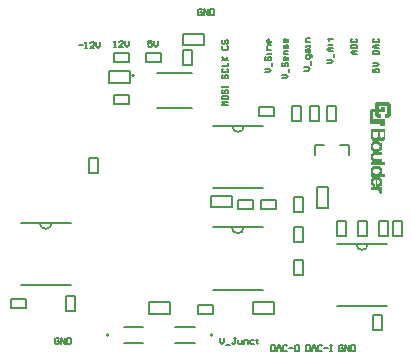
<source format=gto>
G04 Layer_Color=65535*
%FSLAX24Y24*%
%MOIN*%
G70*
G01*
G75*
%ADD26C,0.0060*%
%ADD27C,0.0079*%
%ADD28C,0.0020*%
%ADD29C,0.0010*%
%ADD30C,0.0050*%
D26*
X-2480Y3940D02*
G03*
X-2080Y3940I200J0D01*
G01*
X-6610Y7870D02*
G03*
X-6210Y7870I200J0D01*
G01*
X-6623Y4490D02*
G03*
X-6223Y4490I200J0D01*
G01*
X-13023Y4640D02*
G03*
X-12623Y4640I200J0D01*
G01*
X-3120Y1860D02*
X-1440D01*
X-3120Y3940D02*
X-1440D01*
X-7250Y7870D02*
X-5570D01*
X-7250Y5790D02*
X-5570D01*
X-8250Y10410D02*
X-7950D01*
Y9910D02*
Y10410D01*
X-8250Y9910D02*
X-7950D01*
X-8250D02*
Y10410D01*
Y10560D02*
Y10940D01*
X-7550D01*
Y10560D02*
Y10940D01*
X-8250Y10560D02*
X-7550D01*
X-5640Y5100D02*
Y5400D01*
X-5140D01*
Y5100D02*
Y5400D01*
X-5640Y5100D02*
X-5140D01*
X-6619Y5160D02*
Y5540D01*
X-7319Y5160D02*
X-6619D01*
X-7319D02*
Y5540D01*
X-6619D01*
X-7263Y4490D02*
X-5583D01*
X-7263Y2410D02*
X-5583D01*
X-10560Y8600D02*
Y8900D01*
X-10060D01*
Y8600D02*
Y8900D01*
X-10560Y8600D02*
X-10060D01*
X-3790Y5131D02*
X-3410D01*
X-3790D02*
Y5831D01*
X-3410D01*
Y5131D02*
Y5831D01*
X-2400Y4210D02*
X-2100D01*
X-2400D02*
Y4710D01*
X-2100D01*
Y4210D02*
Y4710D01*
X-1900Y1060D02*
X-1600D01*
X-1900D02*
Y1560D01*
X-1600D01*
Y1060D02*
Y1560D01*
X-7233Y1600D02*
Y1900D01*
X-7733Y1600D02*
X-7233D01*
X-7733D02*
Y1900D01*
X-7233D01*
X-10560Y10000D02*
Y10300D01*
X-10060D01*
Y10000D02*
Y10300D01*
X-10560Y10000D02*
X-10060D01*
X-4600Y8540D02*
X-4300D01*
Y8040D02*
Y8540D01*
X-4600Y8040D02*
X-4300D01*
X-4600D02*
Y8540D01*
X-5710Y8200D02*
X-5210D01*
Y8500D01*
X-5710D02*
X-5210D01*
X-5710Y8200D02*
Y8500D01*
X-9490Y10000D02*
Y10300D01*
X-8990D01*
Y10000D02*
Y10300D01*
X-9490Y10000D02*
X-8990D01*
X-10000Y9310D02*
Y9690D01*
X-10700Y9310D02*
X-10000D01*
X-10700D02*
Y9690D01*
X-10000D01*
X-5910Y5100D02*
Y5400D01*
X-6410Y5100D02*
X-5910D01*
X-6410D02*
Y5400D01*
X-5910D01*
X-11393Y6310D02*
X-11093D01*
X-11393D02*
Y6810D01*
X-11093D01*
Y6310D02*
Y6810D01*
X-3025Y7243D02*
X-2714D01*
Y6910D02*
Y7243D01*
X-3834D02*
X-3533D01*
X-3834Y6910D02*
Y7243D01*
X-13663Y4640D02*
X-11983D01*
X-13663Y2560D02*
X-11983D01*
X-3443Y8040D02*
Y8540D01*
Y8040D02*
X-3143D01*
Y8540D01*
X-3443D02*
X-3143D01*
X-3700Y8040D02*
Y8540D01*
X-4000D02*
X-3700D01*
X-4000Y8040D02*
Y8540D01*
Y8040D02*
X-3700D01*
X-11850Y1710D02*
Y2210D01*
X-12150D02*
X-11850D01*
X-12150Y1710D02*
Y2210D01*
Y1710D02*
X-11850D01*
X-13490Y1800D02*
Y2100D01*
X-13990Y1800D02*
X-13490D01*
X-13990D02*
Y2100D01*
X-13490D01*
X-4543Y3990D02*
Y4490D01*
Y3990D02*
X-4243D01*
Y4490D01*
X-4543D02*
X-4243D01*
X-4543Y5510D02*
X-4243D01*
Y5010D02*
Y5510D01*
X-4543Y5010D02*
X-4243D01*
X-4543D02*
Y5510D01*
X-1250Y4210D02*
Y4710D01*
Y4210D02*
X-950D01*
Y4710D01*
X-1250D02*
X-950D01*
X-4543Y2910D02*
Y3410D01*
Y2910D02*
X-4243D01*
Y3410D01*
X-4543D02*
X-4243D01*
X-3100Y4710D02*
X-2800D01*
Y4210D02*
Y4710D01*
X-3100Y4210D02*
X-2800D01*
X-3100D02*
Y4710D01*
X-1400Y4210D02*
Y4710D01*
X-1700D02*
X-1400D01*
X-1700Y4210D02*
Y4710D01*
Y4210D02*
X-1400D01*
X-8693Y1610D02*
Y1990D01*
X-9393Y1610D02*
X-8693D01*
X-9393D02*
Y1990D01*
X-8693D01*
X-5919Y1610D02*
Y1990D01*
X-5219D01*
Y1610D02*
Y1990D01*
X-5919Y1610D02*
X-5219D01*
X-5300Y550D02*
Y350D01*
X-5200D01*
X-5167Y383D01*
Y517D01*
X-5200Y550D01*
X-5300D01*
X-5100Y350D02*
Y483D01*
X-5033Y550D01*
X-4967Y483D01*
Y350D01*
Y450D01*
X-5100D01*
X-4767Y517D02*
X-4800Y550D01*
X-4867D01*
X-4900Y517D01*
Y383D01*
X-4867Y350D01*
X-4800D01*
X-4767Y383D01*
X-4700Y450D02*
X-4567D01*
X-4400Y550D02*
X-4467D01*
X-4500Y517D01*
Y383D01*
X-4467Y350D01*
X-4400D01*
X-4367Y383D01*
Y517D01*
X-4400Y550D01*
X-4150D02*
Y350D01*
X-4050D01*
X-4017Y383D01*
Y517D01*
X-4050Y550D01*
X-4150D01*
X-3950Y350D02*
Y483D01*
X-3883Y550D01*
X-3817Y483D01*
Y350D01*
Y450D01*
X-3950D01*
X-3617Y517D02*
X-3650Y550D01*
X-3717D01*
X-3750Y517D01*
Y383D01*
X-3717Y350D01*
X-3650D01*
X-3617Y383D01*
X-3550Y450D02*
X-3417D01*
X-3350Y550D02*
X-3284D01*
X-3317D01*
Y350D01*
X-3350D01*
X-3284D01*
X-2917Y517D02*
X-2950Y550D01*
X-3017D01*
X-3050Y517D01*
Y383D01*
X-3017Y350D01*
X-2950D01*
X-2917Y383D01*
Y450D01*
X-2983D01*
X-2850Y350D02*
Y550D01*
X-2717Y350D01*
Y550D01*
X-2650D02*
Y350D01*
X-2550D01*
X-2517Y383D01*
Y517D01*
X-2550Y550D01*
X-2650D01*
X-6750Y8550D02*
X-6950D01*
X-6883Y8617D01*
X-6950Y8683D01*
X-6750D01*
X-6950Y8850D02*
Y8783D01*
X-6917Y8750D01*
X-6783D01*
X-6750Y8783D01*
Y8850D01*
X-6783Y8883D01*
X-6917D01*
X-6950Y8850D01*
X-6917Y9083D02*
X-6950Y9050D01*
Y8983D01*
X-6917Y8950D01*
X-6883D01*
X-6850Y8983D01*
Y9050D01*
X-6817Y9083D01*
X-6783D01*
X-6750Y9050D01*
Y8983D01*
X-6783Y8950D01*
X-6950Y9150D02*
Y9216D01*
Y9183D01*
X-6750D01*
Y9150D01*
Y9216D01*
X-6917Y9583D02*
X-6950Y9550D01*
Y9483D01*
X-6917Y9450D01*
X-6883D01*
X-6850Y9483D01*
Y9550D01*
X-6817Y9583D01*
X-6783D01*
X-6750Y9550D01*
Y9483D01*
X-6783Y9450D01*
X-6917Y9783D02*
X-6950Y9750D01*
Y9683D01*
X-6917Y9650D01*
X-6783D01*
X-6750Y9683D01*
Y9750D01*
X-6783Y9783D01*
X-6950Y9850D02*
X-6750D01*
Y9983D01*
X-6950Y10050D02*
X-6750D01*
X-6817D01*
X-6950Y10183D01*
X-6850Y10083D01*
X-6750Y10183D01*
X-6917Y10533D02*
X-6950Y10500D01*
Y10433D01*
X-6917Y10400D01*
X-6783D01*
X-6750Y10433D01*
Y10500D01*
X-6783Y10533D01*
X-6917Y10733D02*
X-6950Y10700D01*
Y10633D01*
X-6917Y10600D01*
X-6883D01*
X-6850Y10633D01*
Y10700D01*
X-6817Y10733D01*
X-6783D01*
X-6750Y10700D01*
Y10633D01*
X-6783Y10600D01*
X-7617Y11717D02*
X-7650Y11750D01*
X-7717D01*
X-7750Y11717D01*
Y11583D01*
X-7717Y11550D01*
X-7650D01*
X-7617Y11583D01*
Y11650D01*
X-7683D01*
X-7550Y11550D02*
Y11750D01*
X-7417Y11550D01*
Y11750D01*
X-7350D02*
Y11550D01*
X-7250D01*
X-7217Y11583D01*
Y11717D01*
X-7250Y11750D01*
X-7350D01*
X-11700Y10550D02*
X-11567D01*
X-11500Y10450D02*
X-11433D01*
X-11467D01*
Y10650D01*
X-11500Y10617D01*
X-11200Y10450D02*
X-11333D01*
X-11200Y10583D01*
Y10617D01*
X-11233Y10650D01*
X-11300D01*
X-11333Y10617D01*
X-11134Y10650D02*
Y10517D01*
X-11067Y10450D01*
X-11000Y10517D01*
Y10650D01*
X-7000Y800D02*
Y667D01*
X-6933Y600D01*
X-6867Y667D01*
Y800D01*
X-6800Y567D02*
X-6667D01*
X-6467Y800D02*
X-6533D01*
X-6500D01*
Y633D01*
X-6533Y600D01*
X-6567D01*
X-6600Y633D01*
X-6400Y733D02*
Y633D01*
X-6367Y600D01*
X-6267D01*
Y733D01*
X-6200Y600D02*
Y733D01*
X-6100D01*
X-6067Y700D01*
Y600D01*
X-5867Y733D02*
X-5967D01*
X-6000Y700D01*
Y633D01*
X-5967Y600D01*
X-5867D01*
X-5767Y767D02*
Y733D01*
X-5800D01*
X-5734D01*
X-5767D01*
Y633D01*
X-5734Y600D01*
X-12367Y767D02*
X-12400Y800D01*
X-12467D01*
X-12500Y767D01*
Y633D01*
X-12467Y600D01*
X-12400D01*
X-12367Y633D01*
Y700D01*
X-12433D01*
X-12300Y600D02*
Y800D01*
X-12167Y600D01*
Y800D01*
X-12100D02*
Y600D01*
X-12000D01*
X-11967Y633D01*
Y767D01*
X-12000Y800D01*
X-12100D01*
X-9267Y10700D02*
X-9400D01*
Y10600D01*
X-9333Y10633D01*
X-9300D01*
X-9267Y10600D01*
Y10533D01*
X-9300Y10500D01*
X-9367D01*
X-9400Y10533D01*
X-9200Y10700D02*
Y10567D01*
X-9133Y10500D01*
X-9067Y10567D01*
Y10700D01*
X-10550Y10500D02*
X-10483D01*
X-10517D01*
Y10700D01*
X-10550Y10667D01*
X-10250Y10500D02*
X-10383D01*
X-10250Y10633D01*
Y10667D01*
X-10283Y10700D01*
X-10350D01*
X-10383Y10667D01*
X-10183Y10700D02*
Y10567D01*
X-10117Y10500D01*
X-10050Y10567D01*
Y10700D01*
X-1900Y9783D02*
Y9650D01*
X-1800D01*
X-1833Y9717D01*
Y9750D01*
X-1800Y9783D01*
X-1733D01*
X-1700Y9750D01*
Y9683D01*
X-1733Y9650D01*
X-1900Y9850D02*
X-1767D01*
X-1700Y9917D01*
X-1767Y9983D01*
X-1900D01*
Y10250D02*
X-1700D01*
Y10350D01*
X-1733Y10383D01*
X-1867D01*
X-1900Y10350D01*
Y10250D01*
X-1700Y10450D02*
X-1833D01*
X-1900Y10516D01*
X-1833Y10583D01*
X-1700D01*
X-1800D01*
Y10450D01*
X-1867Y10783D02*
X-1900Y10750D01*
Y10683D01*
X-1867Y10650D01*
X-1733D01*
X-1700Y10683D01*
Y10750D01*
X-1733Y10783D01*
X-2450Y10250D02*
X-2583D01*
X-2650Y10317D01*
X-2583Y10383D01*
X-2450D01*
X-2550D01*
Y10250D01*
X-2650Y10450D02*
X-2450D01*
Y10550D01*
X-2483Y10583D01*
X-2617D01*
X-2650Y10550D01*
Y10450D01*
X-2617Y10783D02*
X-2650Y10750D01*
Y10683D01*
X-2617Y10650D01*
X-2483D01*
X-2450Y10683D01*
Y10750D01*
X-2483Y10783D01*
X-3450Y9950D02*
X-3317D01*
X-3250Y10017D01*
X-3317Y10083D01*
X-3450D01*
X-3217Y10150D02*
Y10283D01*
X-3250Y10350D02*
X-3383D01*
X-3450Y10417D01*
X-3383Y10483D01*
X-3250D01*
X-3350D01*
Y10350D01*
X-3417Y10583D02*
X-3383D01*
Y10550D01*
Y10616D01*
Y10583D01*
X-3283D01*
X-3250Y10616D01*
X-3417Y10750D02*
X-3383D01*
Y10716D01*
Y10783D01*
Y10750D01*
X-3283D01*
X-3250Y10783D01*
X-4200Y9700D02*
X-4067D01*
X-4000Y9767D01*
X-4067Y9833D01*
X-4200D01*
X-3967Y9900D02*
Y10033D01*
X-3933Y10167D02*
Y10200D01*
X-3967Y10233D01*
X-4133D01*
Y10133D01*
X-4100Y10100D01*
X-4033D01*
X-4000Y10133D01*
Y10233D01*
X-4133Y10333D02*
Y10400D01*
X-4100Y10433D01*
X-4000D01*
Y10333D01*
X-4033Y10300D01*
X-4067Y10333D01*
Y10433D01*
X-4000Y10500D02*
Y10566D01*
Y10533D01*
X-4133D01*
Y10500D01*
X-4000Y10666D02*
X-4133D01*
Y10766D01*
X-4100Y10800D01*
X-4000D01*
X-4950Y9450D02*
X-4817D01*
X-4750Y9517D01*
X-4817Y9583D01*
X-4950D01*
X-4717Y9650D02*
Y9783D01*
X-4917Y9983D02*
X-4950Y9950D01*
Y9883D01*
X-4917Y9850D01*
X-4883D01*
X-4850Y9883D01*
Y9950D01*
X-4817Y9983D01*
X-4783D01*
X-4750Y9950D01*
Y9883D01*
X-4783Y9850D01*
X-4750Y10150D02*
Y10083D01*
X-4783Y10050D01*
X-4850D01*
X-4883Y10083D01*
Y10150D01*
X-4850Y10183D01*
X-4817D01*
Y10050D01*
X-4750Y10250D02*
X-4883D01*
Y10350D01*
X-4850Y10383D01*
X-4750D01*
Y10450D02*
Y10550D01*
X-4783Y10583D01*
X-4817Y10550D01*
Y10483D01*
X-4850Y10450D01*
X-4883Y10483D01*
Y10583D01*
X-4750Y10750D02*
Y10683D01*
X-4783Y10650D01*
X-4850D01*
X-4883Y10683D01*
Y10750D01*
X-4850Y10783D01*
X-4817D01*
Y10650D01*
X-5500Y9650D02*
X-5367D01*
X-5300Y9717D01*
X-5367Y9783D01*
X-5500D01*
X-5267Y9850D02*
Y9983D01*
X-5467Y10183D02*
X-5500Y10150D01*
Y10083D01*
X-5467Y10050D01*
X-5433D01*
X-5400Y10083D01*
Y10150D01*
X-5367Y10183D01*
X-5333D01*
X-5300Y10150D01*
Y10083D01*
X-5333Y10050D01*
X-5300Y10250D02*
Y10316D01*
Y10283D01*
X-5433D01*
Y10250D01*
X-5300Y10416D02*
X-5433D01*
Y10516D01*
X-5400Y10550D01*
X-5300D01*
Y10716D02*
Y10650D01*
X-5333Y10616D01*
X-5400D01*
X-5433Y10650D01*
Y10716D01*
X-5400Y10750D01*
X-5367D01*
Y10616D01*
D27*
X-9880Y9554D02*
G03*
X-9880Y9554I-39J0D01*
G01*
X-10727Y900D02*
G03*
X-10727Y900I-39J0D01*
G01*
X-7263D02*
G03*
X-7263Y900I-39J0D01*
G01*
D28*
X-1963Y6730D02*
Y6960D01*
X-1543Y7450D02*
Y7750D01*
Y6590D02*
Y6650D01*
Y6210D02*
Y6270D01*
X-1563Y7430D02*
Y7750D01*
Y6590D02*
Y6650D01*
Y6210D02*
Y6270D01*
X-1583Y7690D02*
Y7750D01*
Y7410D02*
Y7510D01*
Y6590D02*
Y6650D01*
Y6210D02*
Y6270D01*
X-1603Y7690D02*
Y7750D01*
Y7410D02*
Y7490D01*
Y6590D02*
Y6650D01*
Y6210D02*
Y6270D01*
X-1623Y7690D02*
Y7750D01*
Y7390D02*
Y7470D01*
Y6590D02*
Y6650D01*
Y6210D02*
Y6270D01*
X-1643Y7690D02*
Y7750D01*
Y7390D02*
Y7470D01*
Y7130D02*
Y7250D01*
Y6590D02*
Y6650D01*
Y6330D02*
Y6450D01*
Y6210D02*
Y6270D01*
Y5950D02*
Y6070D01*
Y5630D02*
Y5710D01*
X-1663Y7690D02*
Y7750D01*
Y7410D02*
Y7470D01*
Y7090D02*
Y7290D01*
Y6930D02*
Y6990D01*
Y6690D02*
Y6750D01*
Y6590D02*
Y6650D01*
Y6290D02*
Y6470D01*
Y6210D02*
Y6270D01*
Y5910D02*
Y6110D01*
Y5770D02*
Y5830D01*
Y5630D02*
Y5740D01*
X-1683Y7690D02*
Y7750D01*
Y7410D02*
Y7490D01*
Y7070D02*
Y7310D01*
Y6930D02*
Y6990D01*
Y6690D02*
Y6750D01*
Y6590D02*
Y6650D01*
Y6210D02*
Y6490D01*
Y5890D02*
Y6130D01*
Y5630D02*
Y5830D01*
X-1703Y7690D02*
Y7750D01*
Y7410D02*
Y7510D01*
Y7230D02*
Y7330D01*
Y7050D02*
Y7150D01*
Y6930D02*
Y6990D01*
Y6690D02*
Y6750D01*
Y6590D02*
Y6650D01*
Y6430D02*
Y6510D01*
Y6210D02*
Y6330D01*
Y6050D02*
Y6150D01*
Y5890D02*
Y5970D01*
Y5670D02*
Y5830D01*
X-1723Y7430D02*
Y7750D01*
Y7270D02*
Y7330D01*
Y7050D02*
Y7130D01*
Y6930D02*
Y6990D01*
Y6690D02*
Y6750D01*
Y6590D02*
Y6650D01*
Y6450D02*
Y6530D01*
Y6210D02*
Y6310D01*
Y6070D02*
Y6150D01*
Y5870D02*
Y5950D01*
Y5710D02*
Y5830D01*
X-1743Y7450D02*
Y7750D01*
Y7270D02*
Y7350D01*
Y7030D02*
Y7110D01*
Y6930D02*
Y6990D01*
Y6690D02*
Y6750D01*
Y6590D02*
Y6650D01*
Y6450D02*
Y6530D01*
Y6210D02*
Y6290D01*
Y6090D02*
Y6170D01*
Y5870D02*
Y5930D01*
Y5730D02*
Y5830D01*
X-1763Y7410D02*
Y7750D01*
Y7290D02*
Y7350D01*
Y7030D02*
Y7090D01*
Y6930D02*
Y6990D01*
Y6690D02*
Y6750D01*
Y6590D02*
Y6650D01*
Y6470D02*
Y6530D01*
Y6210D02*
Y6290D01*
Y6110D02*
Y6170D01*
Y5870D02*
Y5930D01*
Y5750D02*
Y5830D01*
X-1783Y7690D02*
Y7750D01*
Y7410D02*
Y7510D01*
Y7290D02*
Y7350D01*
Y7030D02*
Y7090D01*
Y6930D02*
Y6990D01*
Y6690D02*
Y6750D01*
Y6590D02*
Y6650D01*
Y6470D02*
Y6530D01*
Y6210D02*
Y6270D01*
Y6110D02*
Y6170D01*
Y5850D02*
Y5930D01*
Y5750D02*
Y5830D01*
X-1803Y7690D02*
Y7750D01*
Y7390D02*
Y7470D01*
Y7290D02*
Y7350D01*
Y7030D02*
Y7090D01*
Y6930D02*
Y6990D01*
Y6690D02*
Y6750D01*
Y6590D02*
Y6650D01*
Y6470D02*
Y6530D01*
Y6210D02*
Y6270D01*
Y5850D02*
Y6170D01*
Y5770D02*
Y5830D01*
X-1823Y7690D02*
Y7750D01*
Y7390D02*
Y7450D01*
Y7290D02*
Y7350D01*
Y7030D02*
Y7090D01*
Y6930D02*
Y6990D01*
Y6690D02*
Y6750D01*
Y6590D02*
Y6650D01*
Y6470D02*
Y6530D01*
Y6210D02*
Y6270D01*
Y5850D02*
Y6170D01*
Y5770D02*
Y5830D01*
X-1843Y7690D02*
Y7750D01*
Y7390D02*
Y7450D01*
Y7290D02*
Y7350D01*
Y7030D02*
Y7090D01*
Y6930D02*
Y6990D01*
Y6690D02*
Y6750D01*
Y6590D02*
Y6650D01*
Y6470D02*
Y6530D01*
Y6210D02*
Y6270D01*
Y6110D02*
Y6170D01*
Y5770D02*
Y5830D01*
X-1863Y7690D02*
Y7750D01*
Y7390D02*
Y7450D01*
Y7290D02*
Y7350D01*
Y7030D02*
Y7090D01*
Y6930D02*
Y6990D01*
Y6690D02*
Y6770D01*
Y6590D02*
Y6650D01*
Y6470D02*
Y6530D01*
Y6210D02*
Y6270D01*
Y6110D02*
Y6170D01*
Y5770D02*
Y5830D01*
X-1883Y7690D02*
Y7750D01*
Y7390D02*
Y7450D01*
Y7290D02*
Y7350D01*
Y7030D02*
Y7110D01*
Y6930D02*
Y6990D01*
Y6690D02*
Y6770D01*
Y6590D02*
Y6650D01*
Y6470D02*
Y6530D01*
Y6210D02*
Y6290D01*
Y6090D02*
Y6170D01*
Y5850D02*
Y5930D01*
Y5770D02*
Y5830D01*
X-1903Y7690D02*
Y7750D01*
Y7390D02*
Y7470D01*
Y7270D02*
Y7350D01*
Y7030D02*
Y7110D01*
Y6910D02*
Y6990D01*
Y6690D02*
Y6770D01*
Y6590D02*
Y6650D01*
Y6450D02*
Y6530D01*
Y6210D02*
Y6290D01*
Y6090D02*
Y6170D01*
Y5870D02*
Y5930D01*
Y5770D02*
Y5830D01*
X-1923Y7690D02*
Y7750D01*
Y7390D02*
Y7490D01*
Y7250D02*
Y7330D01*
Y7050D02*
Y7130D01*
Y6910D02*
Y6970D01*
Y6690D02*
Y6790D01*
Y6590D02*
Y6650D01*
Y6430D02*
Y6510D01*
Y6210D02*
Y6310D01*
Y6070D02*
Y6150D01*
Y5870D02*
Y5950D01*
Y5770D02*
Y5830D01*
X-1943Y7410D02*
Y7750D01*
Y7210D02*
Y7330D01*
Y7050D02*
Y7170D01*
Y6870D02*
Y6970D01*
Y6690D02*
Y6830D01*
Y6590D02*
Y6650D01*
Y6410D02*
Y6510D01*
Y6210D02*
Y6350D01*
Y6030D02*
Y6150D01*
Y5890D02*
Y5990D01*
Y5770D02*
Y5830D01*
X-1963Y7430D02*
Y7750D01*
Y7070D02*
Y7310D01*
Y6590D02*
Y6650D01*
Y6210D02*
Y6490D01*
Y5890D02*
Y6130D01*
Y5770D02*
Y5830D01*
X-1983Y7470D02*
Y7750D01*
Y7110D02*
Y7270D01*
Y6770D02*
Y6930D01*
Y6590D02*
Y6650D01*
Y6310D02*
Y6470D01*
Y6210D02*
Y6270D01*
Y5930D02*
Y6090D01*
Y5770D02*
Y5830D01*
D29*
X-1353Y8250D02*
Y8600D01*
X-1363Y8240D02*
Y8610D01*
X-1373Y8230D02*
Y8620D01*
X-1383Y8220D02*
Y8630D01*
X-1393Y8210D02*
Y8640D01*
X-1403Y8200D02*
Y8650D01*
X-1413Y8190D02*
Y8660D01*
X-1423Y8180D02*
Y8670D01*
X-1433Y8180D02*
Y8670D01*
X-1443Y8180D02*
Y8670D01*
X-1453Y8580D02*
Y8670D01*
Y8180D02*
Y8270D01*
X-1463Y8580D02*
Y8670D01*
Y8180D02*
Y8270D01*
X-1473Y8580D02*
Y8670D01*
Y8180D02*
Y8270D01*
X-1483Y8580D02*
Y8670D01*
Y8180D02*
Y8270D01*
X-1493Y8580D02*
Y8670D01*
Y8180D02*
Y8270D01*
X-1503Y8580D02*
Y8670D01*
Y8180D02*
Y8270D01*
X-1513Y8580D02*
Y8670D01*
Y8180D02*
Y8270D01*
X-1523Y8580D02*
Y8670D01*
Y8180D02*
Y8270D01*
X-1533Y8580D02*
Y8670D01*
X-1543Y8580D02*
Y8670D01*
X-1553Y8580D02*
Y8670D01*
Y8350D02*
Y8500D01*
Y7950D02*
Y8100D01*
Y7890D02*
Y7950D01*
X-1563Y8580D02*
Y8670D01*
Y8350D02*
Y8500D01*
Y7950D02*
Y8100D01*
Y7890D02*
Y7950D01*
X-1573Y8580D02*
Y8670D01*
Y8350D02*
Y8500D01*
Y7950D02*
Y8100D01*
Y7890D02*
Y7950D01*
X-1583Y8580D02*
Y8670D01*
Y8350D02*
Y8500D01*
Y7950D02*
Y8100D01*
Y7890D02*
Y7950D01*
X-1593Y8580D02*
Y8670D01*
Y8350D02*
Y8500D01*
Y7950D02*
Y8100D01*
Y7890D02*
Y7950D01*
X-1603Y8580D02*
Y8670D01*
Y8350D02*
Y8500D01*
Y7950D02*
Y8100D01*
Y7890D02*
Y7950D01*
X-1613Y8580D02*
Y8670D01*
Y8350D02*
Y8500D01*
Y7950D02*
Y8100D01*
Y7890D02*
Y7950D01*
X-1623Y8580D02*
Y8670D01*
Y8350D02*
Y8500D01*
Y7950D02*
Y8100D01*
Y7890D02*
Y7950D01*
X-1633Y8580D02*
Y8670D01*
Y8350D02*
Y8500D01*
Y7950D02*
Y8100D01*
Y7890D02*
Y7950D01*
X-1643Y8580D02*
Y8670D01*
Y8350D02*
Y8500D01*
Y7950D02*
Y8100D01*
Y7890D02*
Y7950D01*
X-1653Y8580D02*
Y8670D01*
Y8350D02*
Y8440D01*
Y7890D02*
Y8100D01*
X-1663Y8580D02*
Y8670D01*
Y8350D02*
Y8440D01*
Y7890D02*
Y8100D01*
X-1673Y8580D02*
Y8670D01*
Y8350D02*
Y8440D01*
Y8180D02*
Y8270D01*
Y7890D02*
Y8100D01*
X-1683Y8580D02*
Y8670D01*
Y8350D02*
Y8440D01*
Y8180D02*
Y8270D01*
Y7890D02*
Y8100D01*
X-1693Y8580D02*
Y8670D01*
Y8350D02*
Y8440D01*
Y8180D02*
Y8270D01*
Y7890D02*
Y8100D01*
X-1703Y8580D02*
Y8670D01*
Y8350D02*
Y8440D01*
Y8180D02*
Y8270D01*
Y7950D02*
Y8100D01*
X-1713Y8580D02*
Y8670D01*
Y8350D02*
Y8440D01*
Y8180D02*
Y8270D01*
Y7950D02*
Y8100D01*
X-1723Y8580D02*
Y8670D01*
Y8350D02*
Y8440D01*
Y8180D02*
Y8270D01*
Y7950D02*
Y8100D01*
X-1733Y8580D02*
Y8670D01*
Y8350D02*
Y8440D01*
Y8180D02*
Y8270D01*
Y7950D02*
Y8100D01*
X-1743Y8580D02*
Y8670D01*
Y8350D02*
Y8440D01*
Y8180D02*
Y8270D01*
Y7950D02*
Y8100D01*
X-1753Y8180D02*
Y8670D01*
Y7950D02*
Y8100D01*
X-1763Y8180D02*
Y8670D01*
Y7950D02*
Y8100D01*
X-1773Y8180D02*
Y8670D01*
Y7950D02*
Y8100D01*
X-1783Y8190D02*
Y8670D01*
Y7950D02*
Y8100D01*
X-1793Y8200D02*
Y8670D01*
Y7950D02*
Y8100D01*
X-1803Y8210D02*
Y8660D01*
Y7950D02*
Y8100D01*
X-1813Y8220D02*
Y8650D01*
Y7950D02*
Y8100D01*
X-1823Y8230D02*
Y8640D01*
Y7950D02*
Y8100D01*
X-1833Y8240D02*
Y8630D01*
Y7950D02*
Y8100D01*
X-1843Y8250D02*
Y8620D01*
Y7950D02*
Y8100D01*
X-1853Y8350D02*
Y8440D01*
Y7950D02*
Y8100D01*
X-1863Y8350D02*
Y8440D01*
Y7950D02*
Y8100D01*
X-1873Y8350D02*
Y8440D01*
Y7950D02*
Y8100D01*
X-1883Y8350D02*
Y8440D01*
Y7950D02*
Y8100D01*
X-1893Y8350D02*
Y8440D01*
Y7950D02*
Y8100D01*
X-1903Y8350D02*
Y8440D01*
Y7950D02*
Y8100D01*
X-1913Y8350D02*
Y8440D01*
Y7950D02*
Y8100D01*
X-1923Y8350D02*
Y8440D01*
Y7950D02*
Y8100D01*
X-1933Y8350D02*
Y8440D01*
Y7950D02*
Y8100D01*
X-1943Y8350D02*
Y8440D01*
Y7950D02*
Y8100D01*
X-1953Y7950D02*
Y8440D01*
X-1963Y7950D02*
Y8440D01*
X-1973Y7950D02*
Y8440D01*
X-1983Y7960D02*
Y8430D01*
X-1993Y7970D02*
Y8420D01*
X-2003Y7980D02*
Y8410D01*
X-2013Y7990D02*
Y8400D01*
X-2023Y8000D02*
Y8390D01*
D30*
X-9124Y8459D02*
X-7943D01*
X-9124Y9641D02*
X-7943D01*
X-10231Y1176D02*
X-9569D01*
X-10231Y624D02*
X-9569D01*
X-8499D02*
X-7838D01*
X-8499Y1176D02*
X-7838D01*
M02*

</source>
